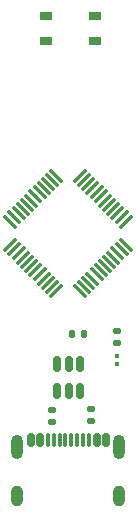
<source format=gbr>
%TF.GenerationSoftware,KiCad,Pcbnew,9.0.0*%
%TF.CreationDate,2025-08-25T15:59:45-02:30*%
%TF.ProjectId,STM32_PCB_Test_Project,53544d33-325f-4504-9342-5f546573745f,rev?*%
%TF.SameCoordinates,Original*%
%TF.FileFunction,Paste,Top*%
%TF.FilePolarity,Positive*%
%FSLAX46Y46*%
G04 Gerber Fmt 4.6, Leading zero omitted, Abs format (unit mm)*
G04 Created by KiCad (PCBNEW 9.0.0) date 2025-08-25 15:59:45*
%MOMM*%
%LPD*%
G01*
G04 APERTURE LIST*
G04 Aperture macros list*
%AMRoundRect*
0 Rectangle with rounded corners*
0 $1 Rounding radius*
0 $2 $3 $4 $5 $6 $7 $8 $9 X,Y pos of 4 corners*
0 Add a 4 corners polygon primitive as box body*
4,1,4,$2,$3,$4,$5,$6,$7,$8,$9,$2,$3,0*
0 Add four circle primitives for the rounded corners*
1,1,$1+$1,$2,$3*
1,1,$1+$1,$4,$5*
1,1,$1+$1,$6,$7*
1,1,$1+$1,$8,$9*
0 Add four rect primitives between the rounded corners*
20,1,$1+$1,$2,$3,$4,$5,0*
20,1,$1+$1,$4,$5,$6,$7,0*
20,1,$1+$1,$6,$7,$8,$9,0*
20,1,$1+$1,$8,$9,$2,$3,0*%
G04 Aperture macros list end*
%ADD10RoundRect,0.135000X-0.185000X0.135000X-0.185000X-0.135000X0.185000X-0.135000X0.185000X0.135000X0*%
%ADD11R,1.050000X0.650000*%
%ADD12RoundRect,0.075000X0.415425X0.521491X-0.521491X-0.415425X-0.415425X-0.521491X0.521491X0.415425X0*%
%ADD13RoundRect,0.075000X-0.415425X0.521491X-0.521491X0.415425X0.415425X-0.521491X0.521491X-0.415425X0*%
%ADD14RoundRect,0.135000X0.135000X0.185000X-0.135000X0.185000X-0.135000X-0.185000X0.135000X-0.185000X0*%
%ADD15RoundRect,0.150000X0.150000X-0.512500X0.150000X0.512500X-0.150000X0.512500X-0.150000X-0.512500X0*%
%ADD16RoundRect,0.079500X-0.100500X0.079500X-0.100500X-0.079500X0.100500X-0.079500X0.100500X0.079500X0*%
%ADD17RoundRect,0.135000X0.185000X-0.135000X0.185000X0.135000X-0.185000X0.135000X-0.185000X-0.135000X0*%
%ADD18RoundRect,0.150000X-0.150000X-0.425000X0.150000X-0.425000X0.150000X0.425000X-0.150000X0.425000X0*%
%ADD19RoundRect,0.075000X-0.075000X-0.500000X0.075000X-0.500000X0.075000X0.500000X-0.075000X0.500000X0*%
%ADD20O,1.000000X2.100000*%
%ADD21O,1.000000X1.800000*%
G04 APERTURE END LIST*
D10*
%TO.C,R3*%
X162800000Y-112390000D03*
X162800000Y-113410000D03*
%TD*%
D11*
%TO.C,SW1*%
X159000000Y-79100000D03*
X163150000Y-79100000D03*
X159000000Y-81250000D03*
X163150000Y-81250000D03*
%TD*%
D12*
%TO.C,U1*%
X165782876Y-96501212D03*
X165429322Y-96147658D03*
X165075769Y-95794105D03*
X164722215Y-95440551D03*
X164368662Y-95086998D03*
X164015109Y-94733445D03*
X163661555Y-94379891D03*
X163308002Y-94026338D03*
X162954449Y-93672785D03*
X162600895Y-93319231D03*
X162247342Y-92965678D03*
X161893788Y-92612124D03*
D13*
X159896212Y-92612124D03*
X159542658Y-92965678D03*
X159189105Y-93319231D03*
X158835551Y-93672785D03*
X158481998Y-94026338D03*
X158128445Y-94379891D03*
X157774891Y-94733445D03*
X157421338Y-95086998D03*
X157067785Y-95440551D03*
X156714231Y-95794105D03*
X156360678Y-96147658D03*
X156007124Y-96501212D03*
D12*
X156007124Y-98498788D03*
X156360678Y-98852342D03*
X156714231Y-99205895D03*
X157067785Y-99559449D03*
X157421338Y-99913002D03*
X157774891Y-100266555D03*
X158128445Y-100620109D03*
X158481998Y-100973662D03*
X158835551Y-101327215D03*
X159189105Y-101680769D03*
X159542658Y-102034322D03*
X159896212Y-102387876D03*
D13*
X161893788Y-102387876D03*
X162247342Y-102034322D03*
X162600895Y-101680769D03*
X162954449Y-101327215D03*
X163308002Y-100973662D03*
X163661555Y-100620109D03*
X164015109Y-100266555D03*
X164368662Y-99913002D03*
X164722215Y-99559449D03*
X165075769Y-99205895D03*
X165429322Y-98852342D03*
X165782876Y-98498788D03*
%TD*%
D14*
%TO.C,R4*%
X162220000Y-106000000D03*
X161200000Y-106000000D03*
%TD*%
D10*
%TO.C,R2*%
X159500000Y-112440000D03*
X159500000Y-113460000D03*
%TD*%
D15*
%TO.C,U2*%
X160000000Y-110862500D03*
X160950000Y-110862500D03*
X161900000Y-110862500D03*
X161900000Y-108587500D03*
X160950000Y-108587500D03*
X160000000Y-108587500D03*
%TD*%
D16*
%TO.C,D1*%
X165075000Y-107905000D03*
X165075000Y-108595000D03*
%TD*%
D17*
%TO.C,R5*%
X165075000Y-106785000D03*
X165075000Y-105765000D03*
%TD*%
D18*
%TO.C,J1*%
X157725000Y-114985000D03*
X158525000Y-114985000D03*
D19*
X159675000Y-114985000D03*
X160675000Y-114985000D03*
X161175000Y-114985000D03*
X162175000Y-114985000D03*
D18*
X163325000Y-114985000D03*
X164125000Y-114985000D03*
X164125000Y-114985000D03*
X163325000Y-114985000D03*
D19*
X162675000Y-114985000D03*
X161675000Y-114985000D03*
X160175000Y-114985000D03*
X159175000Y-114985000D03*
D18*
X158525000Y-114985000D03*
X157725000Y-114985000D03*
D20*
X156605000Y-115560000D03*
D21*
X156605000Y-119740000D03*
D20*
X165245000Y-115560000D03*
D21*
X165245000Y-119740000D03*
%TD*%
M02*

</source>
